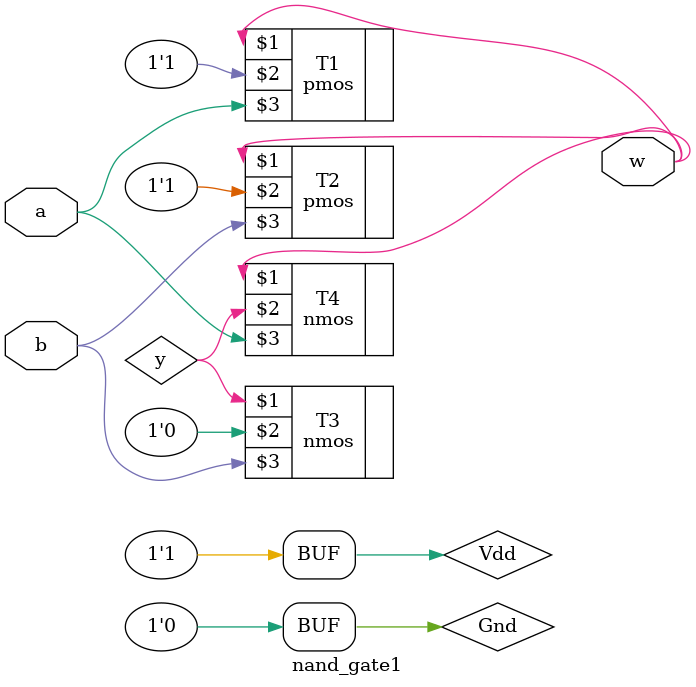
<source format=sv>
`timescale 1ns/1ns
module nand_gate1 (input a,b, output w);
	wire y;
	supply1 Vdd;
	supply0 Gnd;
	pmos #(5,6,7) T1(w,Vdd,a);
	pmos #(5,6,7) T2(w,Vdd,b);
	nmos #(3,4,5) T3(y,Gnd,b);
	nmos #(3,4,5) T4(w,y,a);
endmodule
</source>
